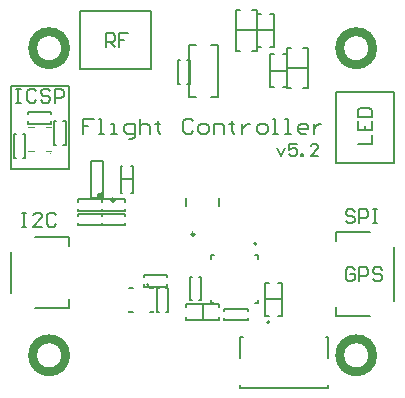
<source format=gto>
G04*
G04 #@! TF.GenerationSoftware,Altium Limited,Altium Designer,24.5.2 (23)*
G04*
G04 Layer_Color=65535*
%FSLAX44Y44*%
%MOMM*%
G71*
G04*
G04 #@! TF.SameCoordinates,E9FC05D7-2B72-4DC1-8FCA-AC280C2F8AC5*
G04*
G04*
G04 #@! TF.FilePolarity,Positive*
G04*
G01*
G75*
%ADD10C,0.1000*%
%ADD11C,0.2500*%
%ADD12C,0.2000*%
%ADD13C,0.1100*%
%ADD14C,0.1400*%
%ADD15C,0.8000*%
%ADD16C,0.1500*%
%ADD17C,0.1700*%
%ADD18C,0.1270*%
G36*
X-84400Y3500D02*
X-89400D01*
Y5000D01*
X-86400Y8000D01*
X-84400D01*
Y3500D01*
D02*
G37*
D10*
X-128500Y41000D02*
G03*
X-128500Y41000I-500J0D01*
G01*
X-148000Y43000D02*
X-143000D01*
X-133000D02*
X-128000D01*
X-148000Y63000D02*
X-143000D01*
X-133000D02*
X-128000D01*
D11*
X-7000Y-27500D02*
G03*
X-7000Y-27500I-1250J0D01*
G01*
X-74650Y1250D02*
G03*
X-74650Y1250I-1250J0D01*
G01*
D12*
X56500Y-102000D02*
G03*
X56500Y-102000I-1000J0D01*
G01*
X-84900Y8000D02*
G03*
X-89400Y3500I0J-4500D01*
G01*
X45500Y-35500D02*
G03*
X45500Y-35500I-1000J0D01*
G01*
X14000Y-3500D02*
Y3500D01*
X-14000Y-3500D02*
Y3500D01*
X112870Y-33300D02*
Y-25680D01*
X142080D01*
X162400Y-83860D02*
Y-38380D01*
X112870Y-96320D02*
X142080D01*
X112870D02*
Y-88700D01*
X-112870Y-90320D02*
Y-82700D01*
X-142080Y-90320D02*
X-112870D01*
X-162400Y-77620D02*
Y-42220D01*
X-142080Y-29680D02*
X-112870D01*
Y-37300D02*
Y-29680D01*
X-94400Y3500D02*
Y34500D01*
X-84400Y3500D02*
Y34500D01*
X-94400D02*
X-84400D01*
X-94400Y3500D02*
X-84400D01*
X-84900Y8000D02*
X-84400D01*
X-11250Y132782D02*
X-5250D01*
X-11250Y89000D02*
X-5250D01*
X-11250D02*
Y132782D01*
X7250Y89000D02*
X13250D01*
Y132782D01*
X7250D02*
X13250D01*
X63000Y45665D02*
X66332Y39000D01*
X69665Y45665D01*
X79661Y48997D02*
X72997D01*
Y43998D01*
X76329Y45665D01*
X77995D01*
X79661Y43998D01*
Y40666D01*
X77995Y39000D01*
X74663D01*
X72997Y40666D01*
X82994Y39000D02*
Y40666D01*
X84660D01*
Y39000D01*
X82994D01*
X97989D02*
X91324D01*
X97989Y45665D01*
Y47331D01*
X96323Y48997D01*
X92990D01*
X91324Y47331D01*
X131504Y49000D02*
X143000D01*
Y56664D01*
X131504Y68161D02*
Y60496D01*
X143000D01*
Y68161D01*
X137252Y60496D02*
Y64328D01*
X131504Y71993D02*
X143000D01*
Y77741D01*
X141084Y79657D01*
X133420D01*
X131504Y77741D01*
Y71993D01*
X-158000Y95496D02*
X-154168D01*
X-156084D01*
Y84000D01*
X-158000D01*
X-154168D01*
X-140756Y93580D02*
X-142672Y95496D01*
X-146504D01*
X-148420Y93580D01*
Y85916D01*
X-146504Y84000D01*
X-142672D01*
X-140756Y85916D01*
X-129259Y93580D02*
X-131175Y95496D01*
X-135007D01*
X-136924Y93580D01*
Y91664D01*
X-135007Y89748D01*
X-131175D01*
X-129259Y87832D01*
Y85916D01*
X-131175Y84000D01*
X-135007D01*
X-136924Y85916D01*
X-125427Y84000D02*
Y95496D01*
X-119679D01*
X-117763Y93580D01*
Y89748D01*
X-119679Y87832D01*
X-125427D01*
X-82000Y131000D02*
Y142496D01*
X-76252D01*
X-74336Y140580D01*
Y136748D01*
X-76252Y134832D01*
X-82000D01*
X-78168D02*
X-74336Y131000D01*
X-62839Y142496D02*
X-70504D01*
Y136748D01*
X-66672D01*
X-70504D01*
Y131000D01*
X-153000Y-9504D02*
X-149168D01*
X-151084D01*
Y-21000D01*
X-153000D01*
X-149168D01*
X-135756D02*
X-143420D01*
X-135756Y-13336D01*
Y-11420D01*
X-137672Y-9504D01*
X-141504D01*
X-143420Y-11420D01*
X-124259D02*
X-126175Y-9504D01*
X-130007D01*
X-131924Y-11420D01*
Y-19084D01*
X-130007Y-21000D01*
X-126175D01*
X-124259Y-19084D01*
X128664Y-8420D02*
X126748Y-6504D01*
X122916D01*
X121000Y-8420D01*
Y-10336D01*
X122916Y-12252D01*
X126748D01*
X128664Y-14168D01*
Y-16084D01*
X126748Y-18000D01*
X122916D01*
X121000Y-16084D01*
X132496Y-18000D02*
Y-6504D01*
X138244D01*
X140161Y-8420D01*
Y-12252D01*
X138244Y-14168D01*
X132496D01*
X143993Y-6504D02*
X147825D01*
X145909D01*
Y-18000D01*
X143993D01*
X147825D01*
X128664Y-57420D02*
X126748Y-55504D01*
X122916D01*
X121000Y-57420D01*
Y-65084D01*
X122916Y-67000D01*
X126748D01*
X128664Y-65084D01*
Y-61252D01*
X124832D01*
X132496Y-67000D02*
Y-55504D01*
X138244D01*
X140161Y-57420D01*
Y-61252D01*
X138244Y-63168D01*
X132496D01*
X151657Y-57420D02*
X149741Y-55504D01*
X145909D01*
X143993Y-57420D01*
Y-59336D01*
X145909Y-61252D01*
X149741D01*
X151657Y-63168D01*
Y-65084D01*
X149741Y-67000D01*
X145909D01*
X143993Y-65084D01*
X-92336Y70328D02*
X-101000D01*
Y63830D01*
X-96668D01*
X-101000D01*
Y57332D01*
X-88004D02*
X-83672D01*
X-85838D01*
Y70328D01*
X-88004D01*
X-77174Y57332D02*
X-72842D01*
X-75008D01*
Y65996D01*
X-77174D01*
X-62013Y53000D02*
X-59847D01*
X-57681Y55166D01*
Y65996D01*
X-64179D01*
X-66344Y63830D01*
Y59498D01*
X-64179Y57332D01*
X-57681D01*
X-53349Y70328D02*
Y57332D01*
Y63830D01*
X-51183Y65996D01*
X-46851D01*
X-44685Y63830D01*
Y57332D01*
X-38187Y68162D02*
Y65996D01*
X-40353D01*
X-36021D01*
X-38187D01*
Y59498D01*
X-36021Y57332D01*
X-7863Y68162D02*
X-10029Y70328D01*
X-14361D01*
X-16527Y68162D01*
Y59498D01*
X-14361Y57332D01*
X-10029D01*
X-7863Y59498D01*
X-1365Y57332D02*
X2966D01*
X5132Y59498D01*
Y63830D01*
X2966Y65996D01*
X-1365D01*
X-3532Y63830D01*
Y59498D01*
X-1365Y57332D01*
X9464D02*
Y65996D01*
X15962D01*
X18128Y63830D01*
Y57332D01*
X24626Y68162D02*
Y65996D01*
X22460D01*
X26792D01*
X24626D01*
Y59498D01*
X26792Y57332D01*
X33290Y65996D02*
Y57332D01*
Y61664D01*
X35456Y63830D01*
X37622Y65996D01*
X39788D01*
X48452Y57332D02*
X52784D01*
X54950Y59498D01*
Y63830D01*
X52784Y65996D01*
X48452D01*
X46286Y63830D01*
Y59498D01*
X48452Y57332D01*
X59282D02*
X63614D01*
X61448D01*
Y70328D01*
X59282D01*
X70111Y57332D02*
X74443D01*
X72277D01*
Y70328D01*
X70111D01*
X87439Y57332D02*
X83107D01*
X80941Y59498D01*
Y63830D01*
X83107Y65996D01*
X87439D01*
X89605Y63830D01*
Y61664D01*
X80941D01*
X93937Y65996D02*
Y57332D01*
Y61664D01*
X96103Y63830D01*
X98269Y65996D01*
X100435D01*
D13*
X43550Y99000D02*
G03*
X43550Y99000I-550J0D01*
G01*
D14*
X-45800Y-70125D02*
G03*
X-45800Y-70125I-700J0D01*
G01*
D15*
X144000Y-130000D02*
G03*
X144000Y-130000I-14000J0D01*
G01*
X-116000D02*
G03*
X-116000Y-130000I-14000J0D01*
G01*
X144000Y130000D02*
G03*
X144000Y130000I-14000J0D01*
G01*
X-116000D02*
G03*
X-116000Y130000I-14000J0D01*
G01*
D16*
X-126000Y68000D02*
X-124000D01*
X-126000Y48000D02*
Y68000D01*
Y48000D02*
X-124000D01*
X-118000D02*
X-116000D01*
Y68000D01*
X-118000D02*
X-116000D01*
X-85400Y-8000D02*
Y-6000D01*
Y-8000D02*
X-65400D01*
Y-6000D01*
Y0D02*
Y2000D01*
X-85400D02*
X-65400D01*
X-85400Y0D02*
Y2000D01*
Y-20000D02*
Y-18000D01*
Y-20000D02*
X-65400D01*
Y-18000D01*
Y-12000D02*
Y-10000D01*
X-85400D02*
X-65400D01*
X-85400Y-12000D02*
Y-10000D01*
Y0D02*
Y2000D01*
X-105400D02*
X-85400D01*
X-105400Y0D02*
Y2000D01*
Y-8000D02*
Y-6000D01*
Y-8000D02*
X-85400D01*
Y-6000D01*
Y-12000D02*
Y-10000D01*
X-105400D02*
X-85400D01*
X-105400Y-12000D02*
Y-10000D01*
Y-20000D02*
Y-18000D01*
Y-20000D02*
X-85400D01*
Y-18000D01*
X-69480Y30430D02*
X-68210D01*
X-69480Y7570D02*
Y30430D01*
Y7570D02*
X-68210D01*
X-60590D02*
X-59320D01*
Y30430D01*
X-60590D02*
X-59320D01*
X-69480Y19000D02*
X-59320D01*
X28000Y145000D02*
X46000D01*
X28000Y162000D02*
X32000D01*
X28000Y128000D02*
Y162000D01*
Y128000D02*
X32000D01*
X42000D02*
X46000D01*
Y162000D01*
X42000D02*
X46000D01*
X-148000Y66000D02*
Y68000D01*
Y66000D02*
X-128000D01*
Y68000D01*
Y74000D02*
Y76000D01*
X-148000D02*
X-128000D01*
X-148000Y74000D02*
Y76000D01*
X-152000Y37000D02*
X-150000D01*
Y57000D01*
X-152000D02*
X-150000D01*
X-160000D02*
X-158000D01*
X-160000Y37000D02*
Y57000D01*
Y37000D02*
X-158000D01*
X46000Y159000D02*
X49000D01*
X46000Y131000D02*
Y159000D01*
Y131000D02*
X49000D01*
X57000D02*
X60000D01*
Y159000D01*
X57000D02*
X60000D01*
X46000Y145000D02*
X60000D01*
X71000Y113000D02*
X89000D01*
X85000Y96000D02*
X89000D01*
Y130000D01*
X85000D02*
X89000D01*
X71000D02*
X75000D01*
X71000Y96000D02*
Y130000D01*
Y96000D02*
X75000D01*
X57000Y125000D02*
X60000D01*
X57000Y97000D02*
Y125000D01*
Y97000D02*
X60000D01*
X68000D02*
X71000D01*
Y125000D01*
X68000D02*
X71000D01*
X57000Y111000D02*
X71000D01*
X-13000Y100000D02*
X-11000D01*
Y120000D01*
X-13000D02*
X-11000D01*
X-21000D02*
X-19000D01*
X-21000Y100000D02*
Y120000D01*
Y100000D02*
X-19000D01*
X53000Y-82500D02*
X67000D01*
X64000Y-68500D02*
X67000D01*
Y-96500D02*
Y-68500D01*
X64000Y-96500D02*
X67000D01*
X53000D02*
X56000D01*
X53000D02*
Y-68500D01*
X56000D01*
X-3000Y-63500D02*
X-1000D01*
Y-83500D02*
Y-63500D01*
X-3000Y-83500D02*
X-1000D01*
X-11000D02*
X-9000D01*
X-11000D02*
Y-63500D01*
X-9000D01*
X-0Y-100500D02*
Y-86500D01*
X-14000Y-89500D02*
Y-86500D01*
X14000D01*
Y-89500D02*
Y-86500D01*
Y-100500D02*
Y-97500D01*
X-14000Y-100500D02*
X14000D01*
X-14000D02*
Y-97500D01*
X18000Y-92500D02*
Y-90500D01*
X38000D01*
Y-92500D02*
Y-90500D01*
Y-100500D02*
Y-98500D01*
X18000Y-100500D02*
X38000D01*
X18000D02*
Y-98500D01*
X-39000Y-93000D02*
X-37000D01*
X-39000D02*
Y-73000D01*
X-37000D01*
X-31000D02*
X-29000D01*
Y-93000D02*
Y-73000D01*
X-31000Y-93000D02*
X-29000D01*
X-30000Y-72000D02*
Y-70000D01*
X-50000Y-72000D02*
X-30000D01*
X-50000D02*
Y-70000D01*
Y-64000D02*
Y-62000D01*
X-30000D01*
Y-64000D02*
Y-62000D01*
D17*
X113042Y93227D02*
X162344D01*
Y32639D02*
Y93227D01*
X113042Y32639D02*
X162344D01*
X113042D02*
Y93227D01*
X-112907Y27592D02*
Y98243D01*
X-162416Y27592D02*
X-112907D01*
X-162416D02*
Y98243D01*
X-112907D01*
X-104000Y161512D02*
X-43694D01*
Y112000D02*
Y161512D01*
X-104000Y112000D02*
X-43694D01*
X-104000D02*
Y161512D01*
D18*
X32000Y-132050D02*
Y-114500D01*
X106000Y-132050D02*
Y-114500D01*
X32000D02*
X33800D01*
X104200D02*
X106000D01*
X32000Y-157500D02*
Y-154800D01*
X106000Y-157500D02*
Y-154800D01*
X32000Y-157500D02*
X106000D01*
X44385Y-45500D02*
X47000D01*
Y-48115D02*
Y-45500D01*
X7000Y-48115D02*
Y-45500D01*
X9615D01*
X7000Y-85500D02*
X9615D01*
X7000D02*
Y-82885D01*
X47000Y-85500D02*
Y-82885D01*
X44385Y-85500D02*
X47000D01*
X-62000Y-93000D02*
Y-92575D01*
Y-73425D02*
Y-73000D01*
Y-93000D02*
X-59075D01*
X-44925D02*
X-42000D01*
Y-92575D01*
Y-73425D02*
Y-73000D01*
X-62000D02*
X-59075D01*
X-44925D02*
X-42000D01*
M02*

</source>
